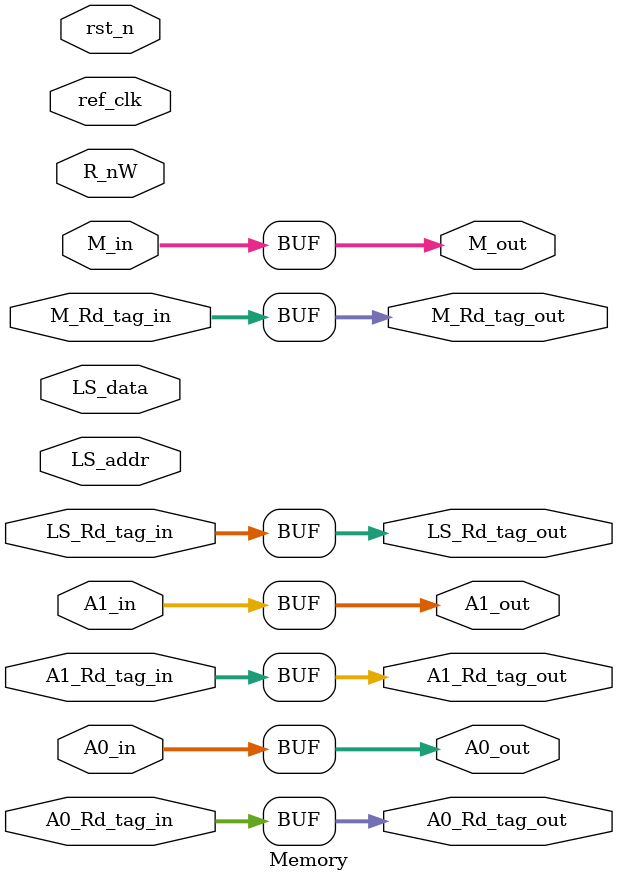
<source format=sv>
/*module Memory(ref_clk, rst_n, A0_in, A0_Rd_tag_in, A1_in, A1_Rd_tag_in, M_in, M_Rd_tag_in, LS_Rd_tag_in,
	LS_data, LS_addr, R_nW, A0_out, A0_Rd_tag_out, A1_out, A1_Rd_tag_out, M_out, M_Rd_tag_out, LS_Rd_tag_out,
	wb_data, stall);*/
	
module Memory(ref_clk, rst_n, A0_in, A0_Rd_tag_in, A1_in, A1_Rd_tag_in, M_in, M_Rd_tag_in, LS_Rd_tag_in,
	LS_data, LS_addr, R_nW, A0_out, A0_Rd_tag_out, A1_out, A1_Rd_tag_out, M_out, M_Rd_tag_out, LS_Rd_tag_out
	);

	// Inputs
	input ref_clk;
	input rst_n;
	
	
	// Pass through
	input [15:0] A0_in;			// Result from ALU0
	input [4:0] A0_Rd_tag_in;
	input [15:0] A1_in;			// Result from ALU1
	input [4:0] A1_Rd_tag_in;
	input [15:0] M_in;			// Result from Multiply
	input [4:0] M_Rd_tag_in;
	input [4:0] LS_Rd_tag_in;
	
	// LS
	input [7:0] LS_data;		// Data to store
	input [24:0] LS_addr;		// Address
	input R_nW;

	// Outputs
	// Pass through
	output [15:0] A0_out;			
	output [4:0] A0_Rd_tag_out;
	output [15:0] A1_out;			
	output [4:0] A1_Rd_tag_out;
	output [15:0] M_out;				
	output [4:0] M_Rd_tag_out;
	output [4:0] LS_Rd_tag_out;
	
	//output [7:0] wb_data;	
	//output stall;

	
	// Pass through signals
	assign A0_out = A0_in;
	assign A0_Rd_tag_out = A0_Rd_tag_in;
	assign A1_out = A1_in;
	assign A1_Rd_tag_out = A1_Rd_tag_in;
	assign M_out = M_in;
	assign M_Rd_tag_out = M_Rd_tag_in;
	assign LS_Rd_tag_out = LS_Rd_tag_in;
	
	
	// wires
	//wire sd_busy;				// SDRAM_ctrl -> dmem_ctrl
	//wire request;				// dmem_ctrl -> SDRAM_ctrl
	//wire [24:0] start_addr;		// dmem_ctrl -> SDRAM_ctrl
	//wire [24:0] length;			// dmem_ctrl -> SDRAM_ctrl
	//wire [15:0] dmc_addr;		// dmem_ctrl -> mux -> dm_addr -> DM
	//wire d_sb;					// Mux control, data mem controller is 1, SDRAM controller is 0
	
	//wire [7:0] dm_data;			// Mux -> DM
	//wire [15:0] dm_addr;		// Mux -> DM
	//wire dm_R_nW;				// Mux -> DM
	//wire [7:0] wb_data;			// DM -> MEM/WB Reg
	
	//wire [7:0] sd_data;			// SDRAM_ctrl -> mux -> DM
	//wire [15:0] sd_addr;		// SDRAM_ctrl -> mux -> DM
	//wire sd_R_nW;				// SDRAM_ctrl -> mux -> DM
	
	//dmem_ctrl(.rst_n(rst_n), .ref_clk(ref_clk), .busy(sd_busy), .sdram_addr(LS_addr), .request(request),
	//		.start_addr(start_addr), .length(length), .dmc_addr(dmc_addr), .stall(stall), .d_sb(d_sb));
			
	//dmem(.data(dm_data), .addr(dm_addr), .R_nW(dm_R_nW), .wb_data(wb_data));
	
	// TODO: instantiate SDRAM Controller
	
	// Mux dmem inputs
	//assign dm_data = (d_sb) ? LS_data : sd_data;
	//assign dm_addr = (d_sb) ? dmc_addr : sd_addr;
	//assign dm_R_nW = (d_sb) ? R_nW : sd_R_nW;

	
endmodule
</source>
